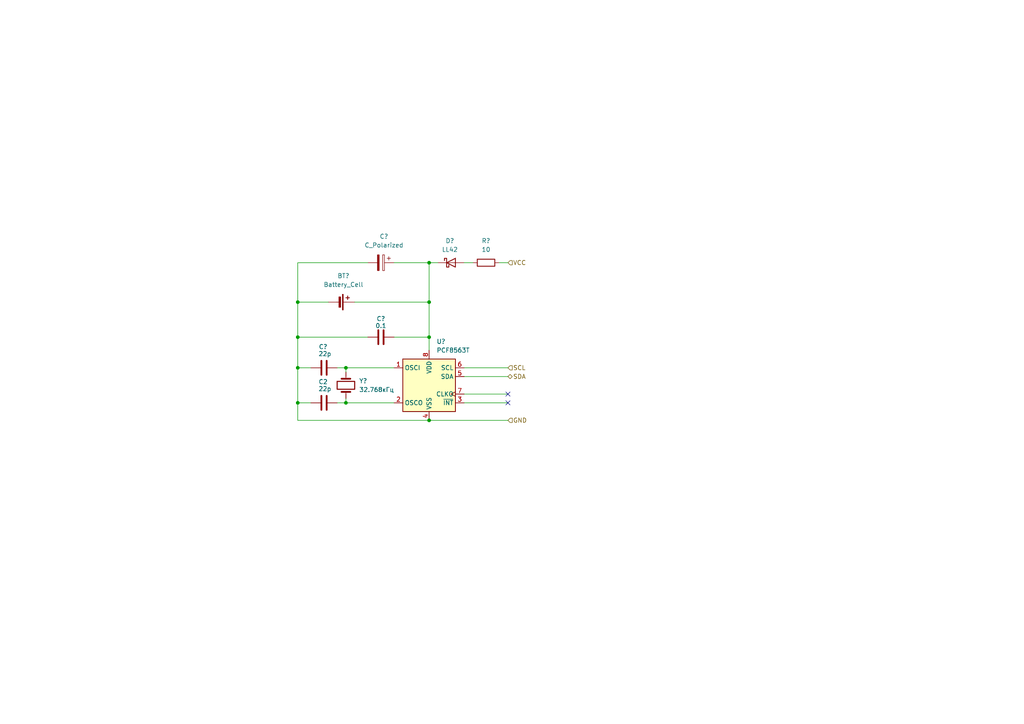
<source format=kicad_sch>
(kicad_sch
	(version 20250114)
	(generator "eeschema")
	(generator_version "9.0")
	(uuid "051bd5a1-fd18-4bd7-9a14-a1b599706985")
	(paper "A4")
	(lib_symbols
		(symbol "Device:Battery_Cell"
			(pin_numbers
				(hide yes)
			)
			(pin_names
				(offset 0)
				(hide yes)
			)
			(exclude_from_sim no)
			(in_bom yes)
			(on_board yes)
			(property "Reference" "BT"
				(at 2.54 2.54 0)
				(effects
					(font
						(size 1.27 1.27)
					)
					(justify left)
				)
			)
			(property "Value" "Battery_Cell"
				(at 2.54 0 0)
				(effects
					(font
						(size 1.27 1.27)
					)
					(justify left)
				)
			)
			(property "Footprint" ""
				(at 0 1.524 90)
				(effects
					(font
						(size 1.27 1.27)
					)
					(hide yes)
				)
			)
			(property "Datasheet" "~"
				(at 0 1.524 90)
				(effects
					(font
						(size 1.27 1.27)
					)
					(hide yes)
				)
			)
			(property "Description" "Single-cell battery"
				(at 0 0 0)
				(effects
					(font
						(size 1.27 1.27)
					)
					(hide yes)
				)
			)
			(property "ki_keywords" "battery cell"
				(at 0 0 0)
				(effects
					(font
						(size 1.27 1.27)
					)
					(hide yes)
				)
			)
			(symbol "Battery_Cell_0_1"
				(rectangle
					(start -2.286 1.778)
					(end 2.286 1.524)
					(stroke
						(width 0)
						(type default)
					)
					(fill
						(type outline)
					)
				)
				(rectangle
					(start -1.524 1.016)
					(end 1.524 0.508)
					(stroke
						(width 0)
						(type default)
					)
					(fill
						(type outline)
					)
				)
				(polyline
					(pts
						(xy 0 1.778) (xy 0 2.54)
					)
					(stroke
						(width 0)
						(type default)
					)
					(fill
						(type none)
					)
				)
				(polyline
					(pts
						(xy 0 0.762) (xy 0 0)
					)
					(stroke
						(width 0)
						(type default)
					)
					(fill
						(type none)
					)
				)
				(polyline
					(pts
						(xy 0.762 3.048) (xy 1.778 3.048)
					)
					(stroke
						(width 0.254)
						(type default)
					)
					(fill
						(type none)
					)
				)
				(polyline
					(pts
						(xy 1.27 3.556) (xy 1.27 2.54)
					)
					(stroke
						(width 0.254)
						(type default)
					)
					(fill
						(type none)
					)
				)
			)
			(symbol "Battery_Cell_1_1"
				(pin passive line
					(at 0 5.08 270)
					(length 2.54)
					(name "+"
						(effects
							(font
								(size 1.27 1.27)
							)
						)
					)
					(number "1"
						(effects
							(font
								(size 1.27 1.27)
							)
						)
					)
				)
				(pin passive line
					(at 0 -2.54 90)
					(length 2.54)
					(name "-"
						(effects
							(font
								(size 1.27 1.27)
							)
						)
					)
					(number "2"
						(effects
							(font
								(size 1.27 1.27)
							)
						)
					)
				)
			)
			(embedded_fonts no)
		)
		(symbol "Device:C"
			(pin_numbers
				(hide yes)
			)
			(pin_names
				(offset 0.254)
			)
			(exclude_from_sim no)
			(in_bom yes)
			(on_board yes)
			(property "Reference" "C"
				(at 0.635 2.54 0)
				(effects
					(font
						(size 1.27 1.27)
					)
					(justify left)
				)
			)
			(property "Value" "C"
				(at 0.635 -2.54 0)
				(effects
					(font
						(size 1.27 1.27)
					)
					(justify left)
				)
			)
			(property "Footprint" ""
				(at 0.9652 -3.81 0)
				(effects
					(font
						(size 1.27 1.27)
					)
					(hide yes)
				)
			)
			(property "Datasheet" "~"
				(at 0 0 0)
				(effects
					(font
						(size 1.27 1.27)
					)
					(hide yes)
				)
			)
			(property "Description" "Unpolarized capacitor"
				(at 0 0 0)
				(effects
					(font
						(size 1.27 1.27)
					)
					(hide yes)
				)
			)
			(property "ki_keywords" "cap capacitor"
				(at 0 0 0)
				(effects
					(font
						(size 1.27 1.27)
					)
					(hide yes)
				)
			)
			(property "ki_fp_filters" "C_*"
				(at 0 0 0)
				(effects
					(font
						(size 1.27 1.27)
					)
					(hide yes)
				)
			)
			(symbol "C_0_1"
				(polyline
					(pts
						(xy -2.032 0.762) (xy 2.032 0.762)
					)
					(stroke
						(width 0.508)
						(type default)
					)
					(fill
						(type none)
					)
				)
				(polyline
					(pts
						(xy -2.032 -0.762) (xy 2.032 -0.762)
					)
					(stroke
						(width 0.508)
						(type default)
					)
					(fill
						(type none)
					)
				)
			)
			(symbol "C_1_1"
				(pin passive line
					(at 0 3.81 270)
					(length 2.794)
					(name "~"
						(effects
							(font
								(size 1.27 1.27)
							)
						)
					)
					(number "1"
						(effects
							(font
								(size 1.27 1.27)
							)
						)
					)
				)
				(pin passive line
					(at 0 -3.81 90)
					(length 2.794)
					(name "~"
						(effects
							(font
								(size 1.27 1.27)
							)
						)
					)
					(number "2"
						(effects
							(font
								(size 1.27 1.27)
							)
						)
					)
				)
			)
			(embedded_fonts no)
		)
		(symbol "Device:C_Polarized"
			(pin_numbers
				(hide yes)
			)
			(pin_names
				(offset 0.254)
			)
			(exclude_from_sim no)
			(in_bom yes)
			(on_board yes)
			(property "Reference" "C"
				(at 0.635 2.54 0)
				(effects
					(font
						(size 1.27 1.27)
					)
					(justify left)
				)
			)
			(property "Value" "C_Polarized"
				(at 0.635 -2.54 0)
				(effects
					(font
						(size 1.27 1.27)
					)
					(justify left)
				)
			)
			(property "Footprint" ""
				(at 0.9652 -3.81 0)
				(effects
					(font
						(size 1.27 1.27)
					)
					(hide yes)
				)
			)
			(property "Datasheet" "~"
				(at 0 0 0)
				(effects
					(font
						(size 1.27 1.27)
					)
					(hide yes)
				)
			)
			(property "Description" "Polarized capacitor"
				(at 0 0 0)
				(effects
					(font
						(size 1.27 1.27)
					)
					(hide yes)
				)
			)
			(property "ki_keywords" "cap capacitor"
				(at 0 0 0)
				(effects
					(font
						(size 1.27 1.27)
					)
					(hide yes)
				)
			)
			(property "ki_fp_filters" "CP_*"
				(at 0 0 0)
				(effects
					(font
						(size 1.27 1.27)
					)
					(hide yes)
				)
			)
			(symbol "C_Polarized_0_1"
				(rectangle
					(start -2.286 0.508)
					(end 2.286 1.016)
					(stroke
						(width 0)
						(type default)
					)
					(fill
						(type none)
					)
				)
				(polyline
					(pts
						(xy -1.778 2.286) (xy -0.762 2.286)
					)
					(stroke
						(width 0)
						(type default)
					)
					(fill
						(type none)
					)
				)
				(polyline
					(pts
						(xy -1.27 2.794) (xy -1.27 1.778)
					)
					(stroke
						(width 0)
						(type default)
					)
					(fill
						(type none)
					)
				)
				(rectangle
					(start 2.286 -0.508)
					(end -2.286 -1.016)
					(stroke
						(width 0)
						(type default)
					)
					(fill
						(type outline)
					)
				)
			)
			(symbol "C_Polarized_1_1"
				(pin passive line
					(at 0 3.81 270)
					(length 2.794)
					(name "~"
						(effects
							(font
								(size 1.27 1.27)
							)
						)
					)
					(number "1"
						(effects
							(font
								(size 1.27 1.27)
							)
						)
					)
				)
				(pin passive line
					(at 0 -3.81 90)
					(length 2.794)
					(name "~"
						(effects
							(font
								(size 1.27 1.27)
							)
						)
					)
					(number "2"
						(effects
							(font
								(size 1.27 1.27)
							)
						)
					)
				)
			)
			(embedded_fonts no)
		)
		(symbol "Device:Crystal"
			(pin_numbers
				(hide yes)
			)
			(pin_names
				(offset 1.016)
				(hide yes)
			)
			(exclude_from_sim no)
			(in_bom yes)
			(on_board yes)
			(property "Reference" "Y"
				(at 0 3.81 0)
				(effects
					(font
						(size 1.27 1.27)
					)
				)
			)
			(property "Value" "Crystal"
				(at 0 -3.81 0)
				(effects
					(font
						(size 1.27 1.27)
					)
				)
			)
			(property "Footprint" ""
				(at 0 0 0)
				(effects
					(font
						(size 1.27 1.27)
					)
					(hide yes)
				)
			)
			(property "Datasheet" "~"
				(at 0 0 0)
				(effects
					(font
						(size 1.27 1.27)
					)
					(hide yes)
				)
			)
			(property "Description" "Two pin crystal"
				(at 0 0 0)
				(effects
					(font
						(size 1.27 1.27)
					)
					(hide yes)
				)
			)
			(property "ki_keywords" "quartz ceramic resonator oscillator"
				(at 0 0 0)
				(effects
					(font
						(size 1.27 1.27)
					)
					(hide yes)
				)
			)
			(property "ki_fp_filters" "Crystal*"
				(at 0 0 0)
				(effects
					(font
						(size 1.27 1.27)
					)
					(hide yes)
				)
			)
			(symbol "Crystal_0_1"
				(polyline
					(pts
						(xy -2.54 0) (xy -1.905 0)
					)
					(stroke
						(width 0)
						(type default)
					)
					(fill
						(type none)
					)
				)
				(polyline
					(pts
						(xy -1.905 -1.27) (xy -1.905 1.27)
					)
					(stroke
						(width 0.508)
						(type default)
					)
					(fill
						(type none)
					)
				)
				(rectangle
					(start -1.143 2.54)
					(end 1.143 -2.54)
					(stroke
						(width 0.3048)
						(type default)
					)
					(fill
						(type none)
					)
				)
				(polyline
					(pts
						(xy 1.905 -1.27) (xy 1.905 1.27)
					)
					(stroke
						(width 0.508)
						(type default)
					)
					(fill
						(type none)
					)
				)
				(polyline
					(pts
						(xy 2.54 0) (xy 1.905 0)
					)
					(stroke
						(width 0)
						(type default)
					)
					(fill
						(type none)
					)
				)
			)
			(symbol "Crystal_1_1"
				(pin passive line
					(at -3.81 0 0)
					(length 1.27)
					(name "1"
						(effects
							(font
								(size 1.27 1.27)
							)
						)
					)
					(number "1"
						(effects
							(font
								(size 1.27 1.27)
							)
						)
					)
				)
				(pin passive line
					(at 3.81 0 180)
					(length 1.27)
					(name "2"
						(effects
							(font
								(size 1.27 1.27)
							)
						)
					)
					(number "2"
						(effects
							(font
								(size 1.27 1.27)
							)
						)
					)
				)
			)
			(embedded_fonts no)
		)
		(symbol "Device:R"
			(pin_numbers
				(hide yes)
			)
			(pin_names
				(offset 0)
			)
			(exclude_from_sim no)
			(in_bom yes)
			(on_board yes)
			(property "Reference" "R"
				(at 2.032 0 90)
				(effects
					(font
						(size 1.27 1.27)
					)
				)
			)
			(property "Value" "R"
				(at 0 0 90)
				(effects
					(font
						(size 1.27 1.27)
					)
				)
			)
			(property "Footprint" ""
				(at -1.778 0 90)
				(effects
					(font
						(size 1.27 1.27)
					)
					(hide yes)
				)
			)
			(property "Datasheet" "~"
				(at 0 0 0)
				(effects
					(font
						(size 1.27 1.27)
					)
					(hide yes)
				)
			)
			(property "Description" "Resistor"
				(at 0 0 0)
				(effects
					(font
						(size 1.27 1.27)
					)
					(hide yes)
				)
			)
			(property "ki_keywords" "R res resistor"
				(at 0 0 0)
				(effects
					(font
						(size 1.27 1.27)
					)
					(hide yes)
				)
			)
			(property "ki_fp_filters" "R_*"
				(at 0 0 0)
				(effects
					(font
						(size 1.27 1.27)
					)
					(hide yes)
				)
			)
			(symbol "R_0_1"
				(rectangle
					(start -1.016 -2.54)
					(end 1.016 2.54)
					(stroke
						(width 0.254)
						(type default)
					)
					(fill
						(type none)
					)
				)
			)
			(symbol "R_1_1"
				(pin passive line
					(at 0 3.81 270)
					(length 1.27)
					(name "~"
						(effects
							(font
								(size 1.27 1.27)
							)
						)
					)
					(number "1"
						(effects
							(font
								(size 1.27 1.27)
							)
						)
					)
				)
				(pin passive line
					(at 0 -3.81 90)
					(length 1.27)
					(name "~"
						(effects
							(font
								(size 1.27 1.27)
							)
						)
					)
					(number "2"
						(effects
							(font
								(size 1.27 1.27)
							)
						)
					)
				)
			)
			(embedded_fonts no)
		)
		(symbol "Diode:LL42"
			(pin_numbers
				(hide yes)
			)
			(pin_names
				(offset 1.016)
				(hide yes)
			)
			(exclude_from_sim no)
			(in_bom yes)
			(on_board yes)
			(property "Reference" "D"
				(at 0 2.54 0)
				(effects
					(font
						(size 1.27 1.27)
					)
				)
			)
			(property "Value" "LL42"
				(at 0 -2.54 0)
				(effects
					(font
						(size 1.27 1.27)
					)
				)
			)
			(property "Footprint" "Diode_SMD:D_MiniMELF"
				(at 0 -4.445 0)
				(effects
					(font
						(size 1.27 1.27)
					)
					(hide yes)
				)
			)
			(property "Datasheet" "http://www.vishay.com/docs/85672/ll42.pdf"
				(at 0 0 0)
				(effects
					(font
						(size 1.27 1.27)
					)
					(hide yes)
				)
			)
			(property "Description" "30V 0.2A Small Signal Schottky diode, MiniMELF"
				(at 0 0 0)
				(effects
					(font
						(size 1.27 1.27)
					)
					(hide yes)
				)
			)
			(property "ki_keywords" "diode Schottky"
				(at 0 0 0)
				(effects
					(font
						(size 1.27 1.27)
					)
					(hide yes)
				)
			)
			(property "ki_fp_filters" "D*MiniMELF*"
				(at 0 0 0)
				(effects
					(font
						(size 1.27 1.27)
					)
					(hide yes)
				)
			)
			(symbol "LL42_0_1"
				(polyline
					(pts
						(xy -1.905 0.635) (xy -1.905 1.27) (xy -1.27 1.27) (xy -1.27 -1.27) (xy -0.635 -1.27) (xy -0.635 -0.635)
					)
					(stroke
						(width 0.254)
						(type default)
					)
					(fill
						(type none)
					)
				)
				(polyline
					(pts
						(xy 1.27 1.27) (xy 1.27 -1.27) (xy -1.27 0) (xy 1.27 1.27)
					)
					(stroke
						(width 0.254)
						(type default)
					)
					(fill
						(type none)
					)
				)
				(polyline
					(pts
						(xy 1.27 0) (xy -1.27 0)
					)
					(stroke
						(width 0)
						(type default)
					)
					(fill
						(type none)
					)
				)
			)
			(symbol "LL42_1_1"
				(pin passive line
					(at -3.81 0 0)
					(length 2.54)
					(name "K"
						(effects
							(font
								(size 1.27 1.27)
							)
						)
					)
					(number "1"
						(effects
							(font
								(size 1.27 1.27)
							)
						)
					)
				)
				(pin passive line
					(at 3.81 0 180)
					(length 2.54)
					(name "A"
						(effects
							(font
								(size 1.27 1.27)
							)
						)
					)
					(number "2"
						(effects
							(font
								(size 1.27 1.27)
							)
						)
					)
				)
			)
			(embedded_fonts no)
		)
		(symbol "Timer_RTC:PCF8563T"
			(exclude_from_sim no)
			(in_bom yes)
			(on_board yes)
			(property "Reference" "U"
				(at -7.62 8.89 0)
				(effects
					(font
						(size 1.27 1.27)
					)
					(justify left)
				)
			)
			(property "Value" "PCF8563T"
				(at 2.54 8.89 0)
				(effects
					(font
						(size 1.27 1.27)
					)
					(justify left)
				)
			)
			(property "Footprint" "Package_SO:SOIC-8_3.9x4.9mm_P1.27mm"
				(at 0 0 0)
				(effects
					(font
						(size 1.27 1.27)
					)
					(hide yes)
				)
			)
			(property "Datasheet" "https://www.nxp.com/docs/en/data-sheet/PCF8563.pdf"
				(at 0 0 0)
				(effects
					(font
						(size 1.27 1.27)
					)
					(hide yes)
				)
			)
			(property "Description" "Realtime Clock/Calendar I2C Interface, SOIC-8"
				(at 0 0 0)
				(effects
					(font
						(size 1.27 1.27)
					)
					(hide yes)
				)
			)
			(property "ki_keywords" "I2C RTC Clock Calendar"
				(at 0 0 0)
				(effects
					(font
						(size 1.27 1.27)
					)
					(hide yes)
				)
			)
			(property "ki_fp_filters" "SOIC*3.9x4.9mm*P1.27mm*"
				(at 0 0 0)
				(effects
					(font
						(size 1.27 1.27)
					)
					(hide yes)
				)
			)
			(symbol "PCF8563T_0_1"
				(rectangle
					(start -7.62 7.62)
					(end 7.62 -7.62)
					(stroke
						(width 0.254)
						(type default)
					)
					(fill
						(type background)
					)
				)
			)
			(symbol "PCF8563T_1_1"
				(pin input line
					(at -10.16 5.08 0)
					(length 2.54)
					(name "OSCI"
						(effects
							(font
								(size 1.27 1.27)
							)
						)
					)
					(number "1"
						(effects
							(font
								(size 1.27 1.27)
							)
						)
					)
				)
				(pin output line
					(at -10.16 -5.08 0)
					(length 2.54)
					(name "OSCO"
						(effects
							(font
								(size 1.27 1.27)
							)
						)
					)
					(number "2"
						(effects
							(font
								(size 1.27 1.27)
							)
						)
					)
				)
				(pin power_in line
					(at 0 10.16 270)
					(length 2.54)
					(name "VDD"
						(effects
							(font
								(size 1.27 1.27)
							)
						)
					)
					(number "8"
						(effects
							(font
								(size 1.27 1.27)
							)
						)
					)
				)
				(pin power_in line
					(at 0 -10.16 90)
					(length 2.54)
					(name "VSS"
						(effects
							(font
								(size 1.27 1.27)
							)
						)
					)
					(number "4"
						(effects
							(font
								(size 1.27 1.27)
							)
						)
					)
				)
				(pin input line
					(at 10.16 5.08 180)
					(length 2.54)
					(name "SCL"
						(effects
							(font
								(size 1.27 1.27)
							)
						)
					)
					(number "6"
						(effects
							(font
								(size 1.27 1.27)
							)
						)
					)
				)
				(pin bidirectional line
					(at 10.16 2.54 180)
					(length 2.54)
					(name "SDA"
						(effects
							(font
								(size 1.27 1.27)
							)
						)
					)
					(number "5"
						(effects
							(font
								(size 1.27 1.27)
							)
						)
					)
				)
				(pin output clock
					(at 10.16 -2.54 180)
					(length 2.54)
					(name "CLKO"
						(effects
							(font
								(size 1.27 1.27)
							)
						)
					)
					(number "7"
						(effects
							(font
								(size 1.27 1.27)
							)
						)
					)
				)
				(pin output line
					(at 10.16 -5.08 180)
					(length 2.54)
					(name "~{INT}"
						(effects
							(font
								(size 1.27 1.27)
							)
						)
					)
					(number "3"
						(effects
							(font
								(size 1.27 1.27)
							)
						)
					)
				)
			)
			(embedded_fonts no)
		)
	)
	(junction
		(at 100.33 116.84)
		(diameter 0)
		(color 0 0 0 0)
		(uuid "009ba369-fa40-4de2-820a-0eb83fb3e07d")
	)
	(junction
		(at 124.46 121.92)
		(diameter 0)
		(color 0 0 0 0)
		(uuid "0dc5ae6f-cd76-4ef9-902e-fa74dbe0300a")
	)
	(junction
		(at 86.36 116.84)
		(diameter 0)
		(color 0 0 0 0)
		(uuid "1884b21c-e79e-4298-ad82-e63bf6f22e2c")
	)
	(junction
		(at 100.33 106.68)
		(diameter 0)
		(color 0 0 0 0)
		(uuid "362a3091-8d02-4999-92cf-4223613307c0")
	)
	(junction
		(at 124.46 97.79)
		(diameter 0)
		(color 0 0 0 0)
		(uuid "46fbd03e-dfa6-413b-87e5-b265c50d67a9")
	)
	(junction
		(at 124.46 87.63)
		(diameter 0)
		(color 0 0 0 0)
		(uuid "77a1b7f7-97b1-4aef-ac50-6e9c28464c37")
	)
	(junction
		(at 124.46 76.2)
		(diameter 0)
		(color 0 0 0 0)
		(uuid "798c3353-d434-4cc2-87ca-a31adbeab826")
	)
	(junction
		(at 86.36 87.63)
		(diameter 0)
		(color 0 0 0 0)
		(uuid "c23732fb-779a-4c18-a69f-79da41ab470b")
	)
	(junction
		(at 86.36 106.68)
		(diameter 0)
		(color 0 0 0 0)
		(uuid "ce551c11-6e7d-4fbc-9b9e-5c7ae9090af8")
	)
	(junction
		(at 86.36 97.79)
		(diameter 0)
		(color 0 0 0 0)
		(uuid "e37a05f8-541c-40c0-935a-ab71bf2f543d")
	)
	(no_connect
		(at 147.32 116.84)
		(uuid "51a79d3f-6523-4616-bd9a-333ccfd5e464")
	)
	(no_connect
		(at 147.32 114.3)
		(uuid "850d6f1b-98ba-4317-aeb6-0d190ae24799")
	)
	(wire
		(pts
			(xy 114.3 116.84) (xy 100.33 116.84)
		)
		(stroke
			(width 0)
			(type default)
		)
		(uuid "040a7dda-0ee6-4ef8-bf6f-1ac793c67404")
	)
	(wire
		(pts
			(xy 106.68 76.2) (xy 86.36 76.2)
		)
		(stroke
			(width 0)
			(type default)
		)
		(uuid "1287a787-9a41-4297-80a7-d2968688651c")
	)
	(wire
		(pts
			(xy 86.36 116.84) (xy 86.36 106.68)
		)
		(stroke
			(width 0)
			(type default)
		)
		(uuid "17467231-1948-47c3-a7e6-9ad774d03212")
	)
	(wire
		(pts
			(xy 97.79 116.84) (xy 100.33 116.84)
		)
		(stroke
			(width 0)
			(type default)
		)
		(uuid "1b94386f-1ef4-4c65-9866-e7ed723cedbb")
	)
	(wire
		(pts
			(xy 100.33 115.57) (xy 100.33 116.84)
		)
		(stroke
			(width 0)
			(type default)
		)
		(uuid "24d18cd5-8793-4d49-89e5-ac5f4d1a39a0")
	)
	(wire
		(pts
			(xy 86.36 87.63) (xy 86.36 97.79)
		)
		(stroke
			(width 0)
			(type default)
		)
		(uuid "27d70f6c-4a4e-448e-a168-620c74e2612f")
	)
	(wire
		(pts
			(xy 124.46 97.79) (xy 124.46 101.6)
		)
		(stroke
			(width 0)
			(type default)
		)
		(uuid "27db7a02-370f-41e7-a2c5-006099c82653")
	)
	(wire
		(pts
			(xy 134.62 114.3) (xy 147.32 114.3)
		)
		(stroke
			(width 0)
			(type default)
		)
		(uuid "3a0f9f7e-4b12-411b-94ce-794765b6584f")
	)
	(wire
		(pts
			(xy 86.36 97.79) (xy 86.36 106.68)
		)
		(stroke
			(width 0)
			(type default)
		)
		(uuid "487d4b82-571d-43ce-8bbc-e1d264a39d26")
	)
	(wire
		(pts
			(xy 134.62 106.68) (xy 147.32 106.68)
		)
		(stroke
			(width 0)
			(type default)
		)
		(uuid "498b7ef0-474c-4624-b06d-b8e736818b5b")
	)
	(wire
		(pts
			(xy 114.3 106.68) (xy 100.33 106.68)
		)
		(stroke
			(width 0)
			(type default)
		)
		(uuid "57fecc3e-2768-4fc1-bc34-e3941992ca88")
	)
	(wire
		(pts
			(xy 86.36 97.79) (xy 106.68 97.79)
		)
		(stroke
			(width 0)
			(type default)
		)
		(uuid "58a885b3-13f9-41b2-af5c-8070b6629283")
	)
	(wire
		(pts
			(xy 114.3 76.2) (xy 124.46 76.2)
		)
		(stroke
			(width 0)
			(type default)
		)
		(uuid "5f5b26dc-c53d-4800-8fae-d3248f6633cf")
	)
	(wire
		(pts
			(xy 114.3 97.79) (xy 124.46 97.79)
		)
		(stroke
			(width 0)
			(type default)
		)
		(uuid "85d0f573-3418-43e2-a160-40872a0ea81c")
	)
	(wire
		(pts
			(xy 86.36 106.68) (xy 90.17 106.68)
		)
		(stroke
			(width 0)
			(type default)
		)
		(uuid "8d0380b3-918b-45b0-a21d-ad5f6de2d580")
	)
	(wire
		(pts
			(xy 102.87 87.63) (xy 124.46 87.63)
		)
		(stroke
			(width 0)
			(type default)
		)
		(uuid "96274200-0960-4a0d-9294-f925055e90e7")
	)
	(wire
		(pts
			(xy 124.46 76.2) (xy 127 76.2)
		)
		(stroke
			(width 0)
			(type default)
		)
		(uuid "9ac683cf-f31c-4ed9-acd7-613d9cd7995c")
	)
	(wire
		(pts
			(xy 86.36 121.92) (xy 124.46 121.92)
		)
		(stroke
			(width 0)
			(type default)
		)
		(uuid "9cbd92c7-fb15-4a5a-a72b-c948dbac7d20")
	)
	(wire
		(pts
			(xy 124.46 121.92) (xy 147.32 121.92)
		)
		(stroke
			(width 0)
			(type default)
		)
		(uuid "b9ecf9be-c881-49d6-b873-2b218167776e")
	)
	(wire
		(pts
			(xy 86.36 116.84) (xy 90.17 116.84)
		)
		(stroke
			(width 0)
			(type default)
		)
		(uuid "bbdf7782-d77d-406a-8a98-381a4bf4869f")
	)
	(wire
		(pts
			(xy 86.36 121.92) (xy 86.36 116.84)
		)
		(stroke
			(width 0)
			(type default)
		)
		(uuid "c019b2c4-a1b4-4a9f-9879-187a329361bd")
	)
	(wire
		(pts
			(xy 134.62 109.22) (xy 147.32 109.22)
		)
		(stroke
			(width 0)
			(type default)
		)
		(uuid "ca0eaf80-0807-493b-8f5e-b9809831ad30")
	)
	(wire
		(pts
			(xy 134.62 116.84) (xy 147.32 116.84)
		)
		(stroke
			(width 0)
			(type default)
		)
		(uuid "d124df23-6598-4ffd-85aa-3365e2d3bbe1")
	)
	(wire
		(pts
			(xy 124.46 76.2) (xy 124.46 87.63)
		)
		(stroke
			(width 0)
			(type default)
		)
		(uuid "dca00ee3-38a2-4d75-bfb0-fa29b2d20907")
	)
	(wire
		(pts
			(xy 144.78 76.2) (xy 147.32 76.2)
		)
		(stroke
			(width 0)
			(type default)
		)
		(uuid "dec8ef9d-66ce-4144-8fee-286229e6ae48")
	)
	(wire
		(pts
			(xy 97.79 106.68) (xy 100.33 106.68)
		)
		(stroke
			(width 0)
			(type default)
		)
		(uuid "df127ae9-9710-4ef3-b789-437a1c72e552")
	)
	(wire
		(pts
			(xy 124.46 87.63) (xy 124.46 97.79)
		)
		(stroke
			(width 0)
			(type default)
		)
		(uuid "df65acc5-939b-482c-9f7f-ba3f2298f043")
	)
	(wire
		(pts
			(xy 134.62 76.2) (xy 137.16 76.2)
		)
		(stroke
			(width 0)
			(type default)
		)
		(uuid "e67f5d80-a28f-46ad-af72-51a458818d0d")
	)
	(wire
		(pts
			(xy 86.36 76.2) (xy 86.36 87.63)
		)
		(stroke
			(width 0)
			(type default)
		)
		(uuid "ebd2a0de-9718-4712-8611-8ce62c6ed48b")
	)
	(wire
		(pts
			(xy 86.36 87.63) (xy 95.25 87.63)
		)
		(stroke
			(width 0)
			(type default)
		)
		(uuid "fa2fe8ba-b012-4a14-8b7f-9255aa15ff04")
	)
	(wire
		(pts
			(xy 100.33 106.68) (xy 100.33 107.95)
		)
		(stroke
			(width 0)
			(type default)
		)
		(uuid "fa9eeea1-2427-4df9-bb68-429a7419ce5e")
	)
	(hierarchical_label "VCC"
		(shape input)
		(at 147.32 76.2 0)
		(effects
			(font
				(size 1.27 1.27)
			)
			(justify left)
		)
		(uuid "0af7c289-cbb0-4fc7-b183-9ffccd49b89e")
	)
	(hierarchical_label "SCL"
		(shape input)
		(at 147.32 106.68 0)
		(effects
			(font
				(size 1.27 1.27)
			)
			(justify left)
		)
		(uuid "5b0e08c1-db00-4fdc-9ecd-df223f9c7bfa")
	)
	(hierarchical_label "GND"
		(shape input)
		(at 147.32 121.92 0)
		(effects
			(font
				(size 1.27 1.27)
			)
			(justify left)
		)
		(uuid "c2fd3f3d-1f17-4f4d-88ef-14933834873e")
	)
	(hierarchical_label "SDA"
		(shape bidirectional)
		(at 147.32 109.22 0)
		(effects
			(font
				(size 1.27 1.27)
			)
			(justify left)
		)
		(uuid "f8db4612-8d29-489a-9b20-8e8c2b06d7c0")
	)
	(symbol
		(lib_id "Device:C")
		(at 93.98 116.84 270)
		(unit 1)
		(exclude_from_sim no)
		(in_bom yes)
		(on_board yes)
		(dnp no)
		(uuid "21d2bb42-ca39-4ea7-9add-d9165406c374")
		(property "Reference" "C2"
			(at 93.726 110.744 90)
			(effects
				(font
					(size 1.27 1.27)
				)
			)
		)
		(property "Value" "22p"
			(at 94.234 112.776 90)
			(effects
				(font
					(size 1.27 1.27)
				)
			)
		)
		(property "Footprint" "Capacitor_SMD:C_0805_2012Metric"
			(at 90.17 117.8052 0)
			(effects
				(font
					(size 1.27 1.27)
				)
				(hide yes)
			)
		)
		(property "Datasheet" "~"
			(at 93.98 116.84 0)
			(effects
				(font
					(size 1.27 1.27)
				)
				(hide yes)
			)
		)
		(property "Description" "Unpolarized capacitor"
			(at 93.98 116.84 0)
			(effects
				(font
					(size 1.27 1.27)
				)
				(hide yes)
			)
		)
		(pin "1"
			(uuid "92fb40f7-323b-438b-9abb-33b05d9091b8")
		)
		(pin "2"
			(uuid "96ccd11d-5bd2-413d-a117-13b1b62027c1")
		)
		(instances
			(project "3axis-magnitometer"
				(path "/c590c88d-27c9-4e5a-a435-a42d9de70c1c/4936c154-a85e-4cc9-be3c-d9a8854356bc"
					(reference "C2")
					(unit 1)
				)
			)
		)
	)
	(symbol
		(lib_id "Device:Crystal")
		(at 100.33 111.76 270)
		(unit 1)
		(exclude_from_sim no)
		(in_bom yes)
		(on_board yes)
		(dnp no)
		(fields_autoplaced yes)
		(uuid "2847cae3-a951-4298-a151-7b88b7c99e66")
		(property "Reference" "Y1"
			(at 104.14 110.4899 90)
			(effects
				(font
					(size 1.27 1.27)
				)
				(justify left)
			)
		)
		(property "Value" "32.768кГц"
			(at 104.14 113.0299 90)
			(effects
				(font
					(size 1.27 1.27)
				)
				(justify left)
			)
		)
		(property "Footprint" "Crystal:Crystal_SMD_EuroQuartz_EQ161-2Pin_3.2x1.5mm"
			(at 100.33 111.76 0)
			(effects
				(font
					(size 1.27 1.27)
				)
				(hide yes)
			)
		)
		(property "Datasheet" "~"
			(at 100.33 111.76 0)
			(effects
				(font
					(size 1.27 1.27)
				)
				(hide yes)
			)
		)
		(property "Description" "smd 3.2x1.5мм"
			(at 100.33 111.76 0)
			(effects
				(font
					(size 1.27 1.27)
				)
				(hide yes)
			)
		)
		(pin "1"
			(uuid "e7d3bbf3-6720-4907-a735-0d4bbd19ab44")
		)
		(pin "2"
			(uuid "141991b8-b5dd-4c66-89cd-99f39d95f087")
		)
		(instances
			(project "clock"
				(path "/051bd5a1-fd18-4bd7-9a14-a1b599706985"
					(reference "Y?")
					(unit 1)
				)
			)
			(project ""
				(path "/c590c88d-27c9-4e5a-a435-a42d9de70c1c/4936c154-a85e-4cc9-be3c-d9a8854356bc"
					(reference "Y1")
					(unit 1)
				)
			)
		)
	)
	(symbol
		(lib_id "Device:C")
		(at 93.98 106.68 270)
		(unit 1)
		(exclude_from_sim no)
		(in_bom yes)
		(on_board yes)
		(dnp no)
		(uuid "2fd147cd-acb4-4293-82ec-8dba1b461136")
		(property "Reference" "C1"
			(at 93.726 100.584 90)
			(effects
				(font
					(size 1.27 1.27)
				)
			)
		)
		(property "Value" "22p"
			(at 94.234 102.616 90)
			(effects
				(font
					(size 1.27 1.27)
				)
			)
		)
		(property "Footprint" "Capacitor_SMD:C_0805_2012Metric"
			(at 90.17 107.6452 0)
			(effects
				(font
					(size 1.27 1.27)
				)
				(hide yes)
			)
		)
		(property "Datasheet" "~"
			(at 93.98 106.68 0)
			(effects
				(font
					(size 1.27 1.27)
				)
				(hide yes)
			)
		)
		(property "Description" "Unpolarized capacitor"
			(at 93.98 106.68 0)
			(effects
				(font
					(size 1.27 1.27)
				)
				(hide yes)
			)
		)
		(pin "1"
			(uuid "5c15d0f7-61d3-4992-8355-e6fc284e43e2")
		)
		(pin "2"
			(uuid "3a4eba27-d796-4fc4-8799-95bc861a3866")
		)
		(instances
			(project "clock"
				(path "/051bd5a1-fd18-4bd7-9a14-a1b599706985"
					(reference "C?")
					(unit 1)
				)
			)
			(project ""
				(path "/c590c88d-27c9-4e5a-a435-a42d9de70c1c/4936c154-a85e-4cc9-be3c-d9a8854356bc"
					(reference "C1")
					(unit 1)
				)
			)
		)
	)
	(symbol
		(lib_id "Device:C")
		(at 110.49 97.79 90)
		(unit 1)
		(exclude_from_sim no)
		(in_bom yes)
		(on_board yes)
		(dnp no)
		(uuid "62b2ad0a-7fd9-4098-b935-61753da94b97")
		(property "Reference" "C4"
			(at 110.49 92.456 90)
			(effects
				(font
					(size 1.27 1.27)
				)
			)
		)
		(property "Value" "0.1"
			(at 110.49 94.488 90)
			(effects
				(font
					(size 1.27 1.27)
				)
			)
		)
		(property "Footprint" "Capacitor_SMD:C_0805_2012Metric"
			(at 114.3 96.8248 0)
			(effects
				(font
					(size 1.27 1.27)
				)
				(hide yes)
			)
		)
		(property "Datasheet" "~"
			(at 110.49 97.79 0)
			(effects
				(font
					(size 1.27 1.27)
				)
				(hide yes)
			)
		)
		(property "Description" "Unpolarized capacitor"
			(at 110.49 97.79 0)
			(effects
				(font
					(size 1.27 1.27)
				)
				(hide yes)
			)
		)
		(pin "1"
			(uuid "43fd0089-8ad5-439a-a0eb-bf0bde02361a")
		)
		(pin "2"
			(uuid "c92409f7-6944-4131-a66b-d2c44fd2746d")
		)
		(instances
			(project "clock"
				(path "/051bd5a1-fd18-4bd7-9a14-a1b599706985"
					(reference "C?")
					(unit 1)
				)
			)
			(project "3axis-magnitometer"
				(path "/c590c88d-27c9-4e5a-a435-a42d9de70c1c/4936c154-a85e-4cc9-be3c-d9a8854356bc"
					(reference "C4")
					(unit 1)
				)
			)
		)
	)
	(symbol
		(lib_id "Diode:LL42")
		(at 130.81 76.2 0)
		(unit 1)
		(exclude_from_sim no)
		(in_bom yes)
		(on_board yes)
		(dnp no)
		(fields_autoplaced yes)
		(uuid "692cd1fd-3b87-4f94-abe7-bb838fc60dda")
		(property "Reference" "D1"
			(at 130.4925 69.85 0)
			(effects
				(font
					(size 1.27 1.27)
				)
			)
		)
		(property "Value" "LL42"
			(at 130.4925 72.39 0)
			(effects
				(font
					(size 1.27 1.27)
				)
			)
		)
		(property "Footprint" "Diode_SMD:D_MiniMELF"
			(at 130.81 80.645 0)
			(effects
				(font
					(size 1.27 1.27)
				)
				(hide yes)
			)
		)
		(property "Datasheet" "http://www.vishay.com/docs/85672/ll42.pdf"
			(at 130.81 76.2 0)
			(effects
				(font
					(size 1.27 1.27)
				)
				(hide yes)
			)
		)
		(property "Description" "30V 0.2A Small Signal Schottky diode, MiniMELF"
			(at 130.81 76.2 0)
			(effects
				(font
					(size 1.27 1.27)
				)
				(hide yes)
			)
		)
		(pin "1"
			(uuid "656950a6-68fd-44c2-b43a-a8f1adc24efd")
		)
		(pin "2"
			(uuid "0e17814d-37a8-42c5-a337-1d98e3e5519b")
		)
		(instances
			(project "clock"
				(path "/051bd5a1-fd18-4bd7-9a14-a1b599706985"
					(reference "D?")
					(unit 1)
				)
			)
			(project ""
				(path "/c590c88d-27c9-4e5a-a435-a42d9de70c1c/4936c154-a85e-4cc9-be3c-d9a8854356bc"
					(reference "D1")
					(unit 1)
				)
			)
		)
	)
	(symbol
		(lib_id "Timer_RTC:PCF8563T")
		(at 124.46 111.76 0)
		(unit 1)
		(exclude_from_sim no)
		(in_bom yes)
		(on_board yes)
		(dnp no)
		(fields_autoplaced yes)
		(uuid "778a5d05-10c5-4092-815a-ecb59a151677")
		(property "Reference" "U1"
			(at 126.6033 99.06 0)
			(effects
				(font
					(size 1.27 1.27)
				)
				(justify left)
			)
		)
		(property "Value" "PCF8563T"
			(at 126.6033 101.6 0)
			(effects
				(font
					(size 1.27 1.27)
				)
				(justify left)
			)
		)
		(property "Footprint" "Package_SO:SOIC-8_3.9x4.9mm_P1.27mm"
			(at 124.46 111.76 0)
			(effects
				(font
					(size 1.27 1.27)
				)
				(hide yes)
			)
		)
		(property "Datasheet" "https://www.nxp.com/docs/en/data-sheet/PCF8563.pdf"
			(at 124.46 111.76 0)
			(effects
				(font
					(size 1.27 1.27)
				)
				(hide yes)
			)
		)
		(property "Description" "Realtime Clock/Calendar I2C Interface, SOIC-8"
			(at 124.46 111.76 0)
			(effects
				(font
					(size 1.27 1.27)
				)
				(hide yes)
			)
		)
		(pin "4"
			(uuid "d462a410-f5ca-4b9e-bc53-f71e25408d7a")
		)
		(pin "5"
			(uuid "1a1718af-18eb-48ad-a4b8-7549c3f423e2")
		)
		(pin "8"
			(uuid "38b6545c-a30c-4a9c-842a-aa12acf0a074")
		)
		(pin "1"
			(uuid "d0d98b01-8642-433a-b32e-eba4044bf671")
		)
		(pin "6"
			(uuid "96fd1319-0e42-43cb-a887-a7c9ecca6740")
		)
		(pin "7"
			(uuid "25b8b14f-8a52-4f90-91f7-e9a0930f87ba")
		)
		(pin "3"
			(uuid "1d905a5c-1f57-4aa1-9125-af8028031ebc")
		)
		(pin "2"
			(uuid "fe6fa976-d9ef-425a-90ca-8adeec3b54e2")
		)
		(instances
			(project "clock"
				(path "/051bd5a1-fd18-4bd7-9a14-a1b599706985"
					(reference "U?")
					(unit 1)
				)
			)
			(project ""
				(path "/c590c88d-27c9-4e5a-a435-a42d9de70c1c/4936c154-a85e-4cc9-be3c-d9a8854356bc"
					(reference "U1")
					(unit 1)
				)
			)
		)
	)
	(symbol
		(lib_id "Device:R")
		(at 140.97 76.2 90)
		(unit 1)
		(exclude_from_sim no)
		(in_bom yes)
		(on_board yes)
		(dnp no)
		(fields_autoplaced yes)
		(uuid "7dc70fe2-8814-47b9-9a7d-37427f3ba23e")
		(property "Reference" "R1"
			(at 140.97 69.85 90)
			(effects
				(font
					(size 1.27 1.27)
				)
			)
		)
		(property "Value" "10"
			(at 140.97 72.39 90)
			(effects
				(font
					(size 1.27 1.27)
				)
			)
		)
		(property "Footprint" "Resistor_SMD:R_0805_2012Metric"
			(at 140.97 77.978 90)
			(effects
				(font
					(size 1.27 1.27)
				)
				(hide yes)
			)
		)
		(property "Datasheet" "~"
			(at 140.97 76.2 0)
			(effects
				(font
					(size 1.27 1.27)
				)
				(hide yes)
			)
		)
		(property "Description" "Resistor"
			(at 140.97 76.2 0)
			(effects
				(font
					(size 1.27 1.27)
				)
				(hide yes)
			)
		)
		(pin "2"
			(uuid "ef9fc1f6-e44b-44c4-aa06-6c5070b8987a")
		)
		(pin "1"
			(uuid "d22e2f45-9f94-4c64-8c85-c1dcd990413c")
		)
		(instances
			(project "clock"
				(path "/051bd5a1-fd18-4bd7-9a14-a1b599706985"
					(reference "R?")
					(unit 1)
				)
			)
			(project "3axis-magnitometer"
				(path "/c590c88d-27c9-4e5a-a435-a42d9de70c1c/4936c154-a85e-4cc9-be3c-d9a8854356bc"
					(reference "R1")
					(unit 1)
				)
			)
		)
	)
	(symbol
		(lib_id "Device:Battery_Cell")
		(at 97.79 87.63 270)
		(mirror x)
		(unit 1)
		(exclude_from_sim no)
		(in_bom yes)
		(on_board yes)
		(dnp no)
		(uuid "9e2fae0b-9df3-48fc-b356-c6da21b737df")
		(property "Reference" "BT1"
			(at 99.6315 80.01 90)
			(effects
				(font
					(size 1.27 1.27)
				)
			)
		)
		(property "Value" "Battery_Cell"
			(at 99.6315 82.55 90)
			(effects
				(font
					(size 1.27 1.27)
				)
			)
		)
		(property "Footprint" "Battery:Battery_Panasonic_CR2032-HFN_Horizontal_CircularHoles"
			(at 99.314 87.63 90)
			(effects
				(font
					(size 1.27 1.27)
				)
				(hide yes)
			)
		)
		(property "Datasheet" "~"
			(at 99.314 87.63 90)
			(effects
				(font
					(size 1.27 1.27)
				)
				(hide yes)
			)
		)
		(property "Description" "Single-cell battery"
			(at 97.79 87.63 0)
			(effects
				(font
					(size 1.27 1.27)
				)
				(hide yes)
			)
		)
		(pin "1"
			(uuid "acd9496e-a55a-4b13-92a2-e4a056a86c0e")
		)
		(pin "2"
			(uuid "e32d215d-8872-44e9-b036-9071a788ce26")
		)
		(instances
			(project "clock"
				(path "/051bd5a1-fd18-4bd7-9a14-a1b599706985"
					(reference "BT?")
					(unit 1)
				)
			)
			(project ""
				(path "/c590c88d-27c9-4e5a-a435-a42d9de70c1c/4936c154-a85e-4cc9-be3c-d9a8854356bc"
					(reference "BT1")
					(unit 1)
				)
			)
		)
	)
	(symbol
		(lib_id "Device:C_Polarized")
		(at 110.49 76.2 270)
		(unit 1)
		(exclude_from_sim no)
		(in_bom yes)
		(on_board yes)
		(dnp no)
		(fields_autoplaced yes)
		(uuid "c495da39-7990-4a86-a79e-23fd8eda992e")
		(property "Reference" "C3"
			(at 111.379 68.58 90)
			(effects
				(font
					(size 1.27 1.27)
				)
			)
		)
		(property "Value" "C_Polarized"
			(at 111.379 71.12 90)
			(effects
				(font
					(size 1.27 1.27)
				)
			)
		)
		(property "Footprint" "Battery:Battery_Panasonic_CR2032-HFN_Horizontal_CircularHoles"
			(at 106.68 77.1652 0)
			(effects
				(font
					(size 1.27 1.27)
				)
				(hide yes)
			)
		)
		(property "Datasheet" "~"
			(at 110.49 76.2 0)
			(effects
				(font
					(size 1.27 1.27)
				)
				(hide yes)
			)
		)
		(property "Description" "Polarized capacitor"
			(at 110.49 76.2 0)
			(effects
				(font
					(size 1.27 1.27)
				)
				(hide yes)
			)
		)
		(pin "2"
			(uuid "5e802f37-2575-43ad-bd6c-60fed1ccd8ee")
		)
		(pin "1"
			(uuid "d51e6949-734e-41a6-8f2c-2c814143034e")
		)
		(instances
			(project "clock"
				(path "/051bd5a1-fd18-4bd7-9a14-a1b599706985"
					(reference "C?")
					(unit 1)
				)
			)
			(project ""
				(path "/c590c88d-27c9-4e5a-a435-a42d9de70c1c/4936c154-a85e-4cc9-be3c-d9a8854356bc"
					(reference "C3")
					(unit 1)
				)
			)
		)
	)
	(sheet_instances
		(path "/"
			(page "1")
		)
	)
	(embedded_fonts no)
)

</source>
